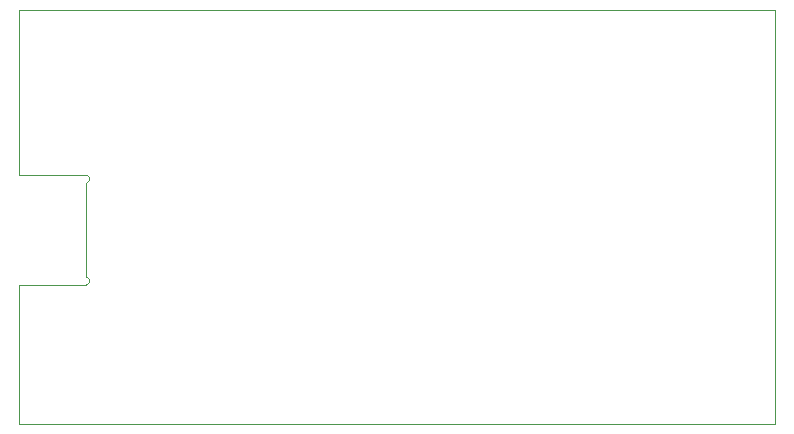
<source format=gm1>
%TF.GenerationSoftware,KiCad,Pcbnew,8.0.2-1*%
%TF.CreationDate,2024-12-04T10:13:36+09:00*%
%TF.ProjectId,gas_nrf52832,6761735f-6e72-4663-9532-3833322e6b69,rev?*%
%TF.SameCoordinates,Original*%
%TF.FileFunction,Profile,NP*%
%FSLAX46Y46*%
G04 Gerber Fmt 4.6, Leading zero omitted, Abs format (unit mm)*
G04 Created by KiCad (PCBNEW 8.0.2-1) date 2024-12-04 10:13:36*
%MOMM*%
%LPD*%
G01*
G04 APERTURE LIST*
%TA.AperFunction,Profile*%
%ADD10C,0.010000*%
%TD*%
G04 APERTURE END LIST*
D10*
X89400000Y-75500000D02*
X89400000Y-87490000D01*
X89400000Y-110500000D02*
X89400000Y-100730000D01*
X153400000Y-75500000D02*
X89400000Y-75500000D01*
X153400000Y-75500000D02*
X153400000Y-110500000D01*
X153400000Y-110500000D02*
X89400000Y-110500000D01*
X89400000Y-87490000D02*
X89400000Y-89490000D01*
X89400000Y-89490000D02*
X95100000Y-89490000D01*
X89400000Y-98730000D02*
X89400000Y-100730000D01*
X95100000Y-90160000D02*
X95100000Y-98060000D01*
X95100000Y-98730000D02*
X89400000Y-98730000D01*
X95100000Y-89490000D02*
G75*
G02*
X95180000Y-90080000I-1J-300424D01*
G01*
X95100000Y-90160000D02*
G75*
G02*
X95180000Y-90080000I93646J-13646D01*
G01*
X95180000Y-98140000D02*
G75*
G02*
X95100000Y-98060000I13600J93600D01*
G01*
X95180000Y-98140000D02*
G75*
G02*
X95100000Y-98730007I-80000J-289580D01*
G01*
M02*

</source>
